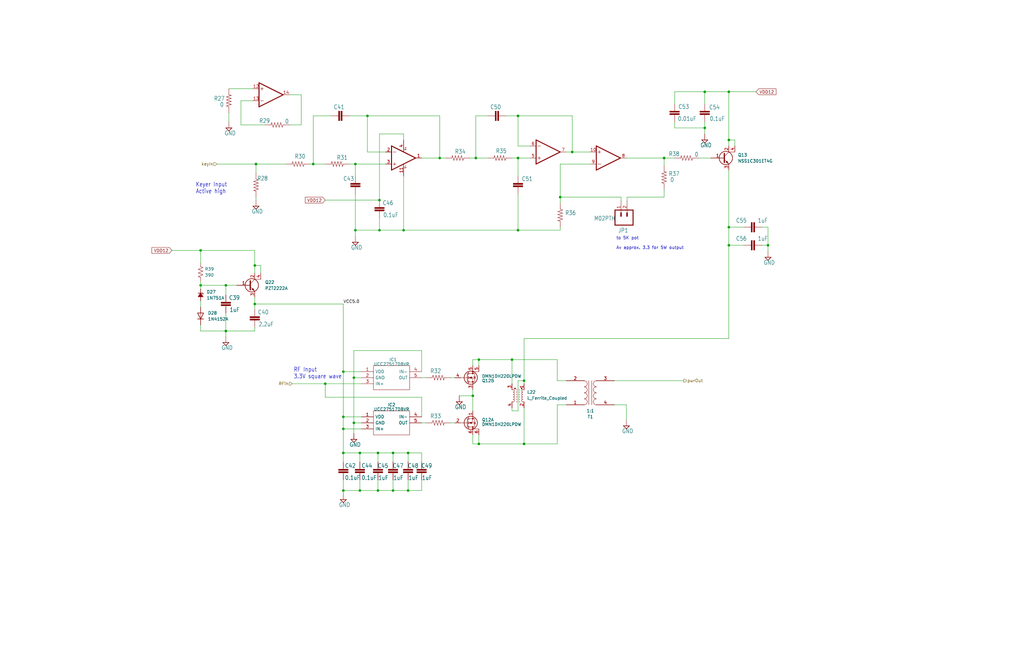
<source format=kicad_sch>
(kicad_sch (version 20230121) (generator eeschema)
  (paper "B")
  (lib_symbols
    (symbol "Device:D" (pin_numbers hide) (pin_names (offset 1.016) hide)
      (property "Reference" "D" (at 0 2.54 0))
      (property "Value" "D" (at 0 -2.54 0))
      (symbol "D_1_1"
        (pin passive line (at -3.81 0 0) (length 2.54) (name "K") (number "1"))
        (pin passive line (at 3.81 0 180) (length 2.54) (name "A") (number "2"))
      )
    )
    (symbol "Device:D_Zener_Small_Filled" (pin_numbers hide) (pin_names (offset 0.254) hide)
      (property "Reference" "D" (at 0 2.286 0))
      (property "Value" "D_Zener_Small_Filled" (at 0 -2.286 0))
      (symbol "D_Zener_Small_Filled_1_1"
        (pin passive line (at -2.54 0 0) (length 1.778) (name "K") (number "1"))
        (pin passive line (at 2.54 0 180) (length 1.778) (name "A") (number "2"))
      )
    )
    (symbol "Device:L_Ferrite_Coupled" (pin_names (offset 0.254) hide)
      (property "Reference" "L" (at 0 4.445 0))
      (property "Value" "L_Ferrite_Coupled" (at 0 -4.445 0))
      (symbol "L_Ferrite_Coupled_1_1"
        (pin passive line (at -5.08 2.54 0) (length 2.54) (name "1") (number "1"))
        (pin passive line (at 5.08 2.54 180) (length 2.54) (name "2") (number "2"))
        (pin passive line (at -5.08 -2.54 0) (length 2.54) (name "3") (number "3"))
        (pin passive line (at 5.08 -2.54 180) (length 2.54) (name "4") (number "4"))
      )
    )
    (symbol "Device:Q_Dual_NMOS_S1G1S2G2D2D2D1D1" (pin_names (offset 0) hide)
      (property "Reference" "Q12" (at 6.35 -1.27 0))
      (property "Value" "DMN10H220LPDW" (at 6.35 0.635 0))
      (symbol "Q_Dual_NMOS_S1G1S2G2D2D2D1D1_1_1"
        (pin passive line (at 2.54 -5.08 90) (length 2.54) (name "S") (number "1"))
        (pin input line (at -5.08 0 0) (length 2.54) (name "G") (number "2"))
        (pin passive line (at 2.54 5.08 270) (length 2.54) (name "D") (number "6"))
        (pin passive line (at 5.08 5.08 270) (length 2.54) (name "D") (number "6"))
      )
      (symbol "Q_Dual_NMOS_S1G1S2G2D2D2D1D1_2_1"
        (pin passive line (at 2.54 -5.08 90) (length 2.54) (name "S") (number "3"))
        (pin input line (at -5.08 0 0) (length 2.54) (name "G") (number "4"))
        (pin passive line (at 2.54 5.08 270) (length 2.54) (name "D") (number "5"))
        (pin passive line (at 5.08 5.08 270) (length 2.54) (name "D") (number "5"))
      )
    )
    (symbol "Device:Q_NPN_BCEC" (pin_names (offset 0) hide)
      (property "Reference" "Q" (at 5.08 1.27 0))
      (property "Value" "Q_NPN_BCEC" (at 5.08 -1.27 0))
      (symbol "Q_NPN_BCEC_1_1"
        (pin input line (at -5.08 0 0) (length 5.715) (name "B") (number "1"))
        (pin passive line (at 2.54 5.08 270) (length 2.54) (name "C") (number "2"))
        (pin passive line (at 2.54 -5.08 90) (length 2.54) (name "E") (number "3"))
        (pin passive line (at 5.08 5.08 270) (length 2.54) (name "C") (number "4"))
      )
    )
    (symbol "Device:R_US" (pin_numbers hide) (pin_names (offset 0))
      (property "Reference" "R" (at 2.54 0 90))
      (property "Value" "R_US" (at -2.54 0 90))
      (symbol "R_US_1_1"
        (pin passive line (at 0 3.81 270) (length 1.27) (name "~") (number "1"))
        (pin passive line (at 0 -3.81 90) (length 1.27) (name "~") (number "2"))
      )
    )
    (symbol "Device:Transformer_1P_1S" (pin_names (offset 1.016) hide)
      (property "Reference" "T" (at 0 6.35 0))
      (property "Value" "Transformer_1P_1S" (at 0 -7.62 0))
      (symbol "Transformer_1P_1S_1_1"
        (pin passive line (at -10.16 5.08 0) (length 7.62) (name "AA") (number "1"))
        (pin passive line (at -10.16 -5.08 0) (length 7.62) (name "AB") (number "2"))
        (pin passive line (at 10.16 -5.08 180) (length 7.62) (name "SA") (number "3"))
        (pin passive line (at 10.16 5.08 180) (length 7.62) (name "SB") (number "4"))
      )
    )
    (symbol "OPA1679IDR_1"
      (symbol "OPA1679IDR_1_1_0"
        (pin output line (at 7.62 0 180) (length 2.54) (name "OUT") (number "1"))
        (pin input line (at -7.62 -2.54 0) (length 2.54) (name "-IN") (number "2"))
        (pin input line (at -7.62 2.54 0) (length 2.54) (name "+IN") (number "3"))
      )
      (symbol "OPA1679IDR_1_2_0"
        (pin input line (at -7.62 2.54 0) (length 2.54) (name "+IN") (number "5"))
        (pin input line (at -7.62 -2.54 0) (length 2.54) (name "-IN") (number "6"))
        (pin output line (at 7.62 0 180) (length 2.54) (name "OUT") (number "7"))
      )
      (symbol "OPA1679IDR_1_3_0"
        (pin input line (at -7.62 2.54 0) (length 2.54) (name "+IN") (number "10"))
        (pin output line (at 7.62 0 180) (length 2.54) (name "OUT") (number "8"))
        (pin input line (at -7.62 -2.54 0) (length 2.54) (name "-IN") (number "9"))
      )
      (symbol "OPA1679IDR_1_4_0"
        (pin input line (at -7.62 2.54 0) (length 2.54) (name "+IN") (number "12"))
        (pin input line (at -7.62 -2.54 0) (length 2.54) (name "-IN") (number "13"))
        (pin output line (at 7.62 0 180) (length 2.54) (name "OUT") (number "14"))
      )
      (symbol "OPA1679IDR_1_5_0"
        (text "V+" (at 1.27 3.175 900) (effects (font (size 0.8128 0.6908)) (justify left bottom)))
        (text "V-" (at 1.27 -4.445 900) (effects (font (size 0.8128 0.6908)) (justify left bottom)))
        (pin bidirectional line (at 0 -7.62 90) (length 5.08) (name "V-") (number "11"))
        (pin input line (at 0 7.62 270) (length 5.08) (name "V+") (number "4"))
      )
    )
    (symbol "OPA1679IDR_2"
      (symbol "OPA1679IDR_2_1_0"
        (pin output line (at 7.62 0 180) (length 2.54) (name "OUT") (number "1"))
        (pin input line (at -7.62 -2.54 0) (length 2.54) (name "-IN") (number "2"))
        (pin input line (at -7.62 2.54 0) (length 2.54) (name "+IN") (number "3"))
      )
      (symbol "OPA1679IDR_2_2_0"
        (pin input line (at -7.62 2.54 0) (length 2.54) (name "+IN") (number "5"))
        (pin input line (at -7.62 -2.54 0) (length 2.54) (name "-IN") (number "6"))
        (pin output line (at 7.62 0 180) (length 2.54) (name "OUT") (number "7"))
      )
      (symbol "OPA1679IDR_2_3_0"
        (pin input line (at -7.62 2.54 0) (length 2.54) (name "+IN") (number "10"))
        (pin output line (at 7.62 0 180) (length 2.54) (name "OUT") (number "8"))
        (pin input line (at -7.62 -2.54 0) (length 2.54) (name "-IN") (number "9"))
      )
      (symbol "OPA1679IDR_2_4_0"
        (pin input line (at -7.62 2.54 0) (length 2.54) (name "+IN") (number "12"))
        (pin input line (at -7.62 -2.54 0) (length 2.54) (name "-IN") (number "13"))
        (pin output line (at 7.62 0 180) (length 2.54) (name "OUT") (number "14"))
      )
      (symbol "OPA1679IDR_2_5_0"
        (text "V+" (at 1.27 3.175 900) (effects (font (size 0.8128 0.6908)) (justify left bottom)))
        (text "V-" (at 1.27 -4.445 900) (effects (font (size 0.8128 0.6908)) (justify left bottom)))
        (pin bidirectional line (at 0 -7.62 90) (length 5.08) (name "V-") (number "11"))
        (pin input line (at 0 7.62 270) (length 5.08) (name "V+") (number "4"))
      )
    )
    (symbol "OPA1679IDR_3"
      (symbol "OPA1679IDR_3_1_0"
        (pin output line (at 7.62 0 180) (length 2.54) (name "OUT") (number "1"))
        (pin input line (at -7.62 -2.54 0) (length 2.54) (name "-IN") (number "2"))
        (pin input line (at -7.62 2.54 0) (length 2.54) (name "+IN") (number "3"))
      )
      (symbol "OPA1679IDR_3_2_0"
        (pin input line (at -7.62 2.54 0) (length 2.54) (name "+IN") (number "5"))
        (pin input line (at -7.62 -2.54 0) (length 2.54) (name "-IN") (number "6"))
        (pin output line (at 7.62 0 180) (length 2.54) (name "OUT") (number "7"))
      )
      (symbol "OPA1679IDR_3_3_0"
        (pin input line (at -7.62 2.54 0) (length 2.54) (name "+IN") (number "10"))
        (pin output line (at 7.62 0 180) (length 2.54) (name "OUT") (number "8"))
        (pin input line (at -7.62 -2.54 0) (length 2.54) (name "-IN") (number "9"))
      )
      (symbol "OPA1679IDR_3_4_0"
        (pin input line (at -7.62 2.54 0) (length 2.54) (name "+IN") (number "12"))
        (pin input line (at -7.62 -2.54 0) (length 2.54) (name "-IN") (number "13"))
        (pin output line (at 7.62 0 180) (length 2.54) (name "OUT") (number "14"))
      )
      (symbol "OPA1679IDR_3_5_0"
        (text "V+" (at 1.27 3.175 900) (effects (font (size 0.8128 0.6908)) (justify left bottom)))
        (text "V-" (at 1.27 -4.445 900) (effects (font (size 0.8128 0.6908)) (justify left bottom)))
        (pin bidirectional line (at 0 -7.62 90) (length 5.08) (name "V-") (number "11"))
        (pin input line (at 0 7.62 270) (length 5.08) (name "V+") (number "4"))
      )
    )
    (symbol "OPA1679IDR_4"
      (symbol "OPA1679IDR_4_1_0"
        (pin output line (at 7.62 0 180) (length 2.54) (name "OUT") (number "1"))
        (pin input line (at -7.62 -2.54 0) (length 2.54) (name "-IN") (number "2"))
        (pin input line (at -7.62 2.54 0) (length 2.54) (name "+IN") (number "3"))
      )
      (symbol "OPA1679IDR_4_2_0"
        (pin input line (at -7.62 2.54 0) (length 2.54) (name "+IN") (number "5"))
        (pin input line (at -7.62 -2.54 0) (length 2.54) (name "-IN") (number "6"))
        (pin output line (at 7.62 0 180) (length 2.54) (name "OUT") (number "7"))
      )
      (symbol "OPA1679IDR_4_3_0"
        (pin input line (at -7.62 2.54 0) (length 2.54) (name "+IN") (number "10"))
        (pin output line (at 7.62 0 180) (length 2.54) (name "OUT") (number "8"))
        (pin input line (at -7.62 -2.54 0) (length 2.54) (name "-IN") (number "9"))
      )
      (symbol "OPA1679IDR_4_4_0"
        (pin input line (at -7.62 2.54 0) (length 2.54) (name "+IN") (number "12"))
        (pin input line (at -7.62 -2.54 0) (length 2.54) (name "-IN") (number "13"))
        (pin output line (at 7.62 0 180) (length 2.54) (name "OUT") (number "14"))
      )
      (symbol "OPA1679IDR_4_5_0"
        (text "V+" (at 1.27 3.175 900) (effects (font (size 0.8128 0.6908)) (justify left bottom)))
        (text "V-" (at 1.27 -4.445 900) (effects (font (size 0.8128 0.6908)) (justify left bottom)))
        (pin bidirectional line (at 0 -7.62 90) (length 5.08) (name "V-") (number "11"))
        (pin input line (at 0 7.62 270) (length 5.08) (name "V+") (number "4"))
      )
    )
    (symbol "Q_Dual_NMOS_S1G1S2G2D2D2D1D1_1" (pin_names (offset 0) hide)
      (property "Reference" "Q12" (at 6.35 -1.27 0))
      (property "Value" "DMN10H220LPDW" (at 6.35 0.635 0))
      (symbol "Q_Dual_NMOS_S1G1S2G2D2D2D1D1_1_1_1"
        (pin passive line (at 2.54 -5.08 90) (length 2.54) (name "S") (number "1"))
        (pin input line (at -5.08 0 0) (length 2.54) (name "G") (number "2"))
        (pin passive line (at 2.54 5.08 270) (length 2.54) (name "D") (number "6"))
        (pin passive line (at 5.08 5.08 270) (length 2.54) (name "D") (number "6"))
      )
      (symbol "Q_Dual_NMOS_S1G1S2G2D2D2D1D1_1_2_1"
        (pin passive line (at 2.54 -5.08 90) (length 2.54) (name "S") (number "3"))
        (pin input line (at -5.08 0 0) (length 2.54) (name "G") (number "4"))
        (pin passive line (at 2.54 5.08 270) (length 2.54) (name "D") (number "5"))
        (pin passive line (at 5.08 5.08 270) (length 2.54) (name "D") (number "5"))
      )
    )
    (symbol "SamacSys_Parts:UCC27517DBVR" (pin_names (offset 0.762))
      (property "Reference" "IC" (at 21.59 7.62 0))
      (property "Value" "UCC27517DBVR" (at 21.59 5.08 0))
      (symbol "UCC27517DBVR_0_0"
        (pin passive line (at 0 0 0) (length 5.08) (name "VDD") (number "1"))
        (pin passive line (at 0 -2.54 0) (length 5.08) (name "GND") (number "2"))
        (pin passive line (at 0 -5.08 0) (length 5.08) (name "IN+") (number "3"))
        (pin passive line (at 25.4 0 180) (length 5.08) (name "IN-") (number "4"))
        (pin passive line (at 25.4 -2.54 180) (length 5.08) (name "OUT") (number "5"))
      )
    )
    (symbol "powerAmp_RevB-eagle-import:CAP0603-CAP"
      (property "Reference" "C" (at 1.524 2.921 0))
      (property "Value" "CAP0603-CAP" (at 1.524 -2.159 0))
      (symbol "CAP0603-CAP_1_0"
        (pin passive line (at 0 5.08 270) (length 2.54) (name "1") (number "1"))
        (pin passive line (at 0 -2.54 90) (length 2.54) (name "2") (number "2"))
      )
    )
    (symbol "powerAmp_RevB-eagle-import:GND" (power)
      (property "Value" "GND" (at -1.905 -3.175 0))
      (symbol "GND_1_0"
        (pin power_in line (at 0 2.54 270) (length 2.54) (name "GND") (number "1"))
      )
    )
    (symbol "powerAmp_RevB-eagle-import:M02PTH"
      (property "Reference" "JP" (at -2.54 5.842 0))
      (property "Value" "M02PTH" (at -2.54 -5.08 0))
      (symbol "M02PTH_1_0"
        (pin passive line (at 7.62 0 180) (length 5.08) (name "1") (number "1"))
        (pin passive line (at 7.62 2.54 180) (length 5.08) (name "2") (number "2"))
      )
    )
    (symbol "powerAmp_RevB-eagle-import:OPA1679IDR"
      (symbol "OPA1679IDR_1_0"
        (pin output line (at 7.62 0 180) (length 2.54) (name "OUT") (number "1"))
        (pin input line (at -7.62 -2.54 0) (length 2.54) (name "-IN") (number "2"))
        (pin input line (at -7.62 2.54 0) (length 2.54) (name "+IN") (number "3"))
      )
      (symbol "OPA1679IDR_2_0"
        (pin input line (at -7.62 2.54 0) (length 2.54) (name "+IN") (number "5"))
        (pin input line (at -7.62 -2.54 0) (length 2.54) (name "-IN") (number "6"))
        (pin output line (at 7.62 0 180) (length 2.54) (name "OUT") (number "7"))
      )
      (symbol "OPA1679IDR_3_0"
        (pin input line (at -7.62 2.54 0) (length 2.54) (name "+IN") (number "10"))
        (pin output line (at 7.62 0 180) (length 2.54) (name "OUT") (number "8"))
        (pin input line (at -7.62 -2.54 0) (length 2.54) (name "-IN") (number "9"))
      )
      (symbol "OPA1679IDR_4_0"
        (pin input line (at -7.62 2.54 0) (length 2.54) (name "+IN") (number "12"))
        (pin input line (at -7.62 -2.54 0) (length 2.54) (name "-IN") (number "13"))
        (pin output line (at 7.62 0 180) (length 2.54) (name "OUT") (number "14"))
      )
      (symbol "OPA1679IDR_5_0"
        (text "V+" (at 1.27 3.175 900) (effects (font (size 0.8128 0.6908)) (justify left bottom)))
        (text "V-" (at 1.27 -4.445 900) (effects (font (size 0.8128 0.6908)) (justify left bottom)))
        (pin bidirectional line (at 0 -7.62 90) (length 5.08) (name "V-") (number "11"))
        (pin input line (at 0 7.62 270) (length 5.08) (name "V+") (number "4"))
      )
    )
    (symbol "powerAmp_RevB-eagle-import:RESISTOR0603-RES"
      (property "Reference" "R" (at -3.81 1.4986 0))
      (property "Value" "RESISTOR0603-RES" (at -3.81 -3.302 0))
      (symbol "RESISTOR0603-RES_1_0"
        (pin passive line (at -5.08 0 0) (length 2.54) (name "1") (number "1"))
        (pin passive line (at 5.08 0 180) (length 2.54) (name "2") (number "2"))
      )
    )
  )
  (junction (at 280.035 66.675))
  (junction (at 297.18 38.735))
  (junction (at 170.18 97.155))
  (junction (at 297.18 53.975))
  (junction (at 149.86 69.215))
  (junction (at 149.225 159.385))
  (junction (at 160.02 84.455))
  (junction (at 144.78 156.845))
  (junction (at 172.085 191.135))
  (junction (at 220.98 160.655))
  (junction (at 160.02 97.155))
  (junction (at 201.93 187.325))
  (junction (at 215.9 151.765))
  (junction (at 236.22 83.185))
  (junction (at 323.85 103.505))
  (junction (at 172.085 207.01))
  (junction (at 241.3 64.135))
  (junction (at 200.66 66.675))
  (junction (at 144.78 180.975))
  (junction (at 220.98 187.325))
  (junction (at 107.95 69.215))
  (junction (at 149.86 97.155))
  (junction (at 154.94 48.895))
  (junction (at 218.44 66.675))
  (junction (at 95.25 120.396))
  (junction (at 107.442 128.27))
  (junction (at 159.385 207.01))
  (junction (at 159.385 191.135))
  (junction (at 84.582 120.396))
  (junction (at 201.93 151.765))
  (junction (at 151.765 191.135))
  (junction (at 307.34 95.885))
  (junction (at 199.39 167.005))
  (junction (at 144.78 207.01))
  (junction (at 218.44 48.895))
  (junction (at 185.42 66.675))
  (junction (at 165.735 191.135))
  (junction (at 149.225 178.435))
  (junction (at 84.582 105.664))
  (junction (at 307.34 103.505))
  (junction (at 165.735 207.01))
  (junction (at 95.25 139.7))
  (junction (at 307.34 59.055))
  (junction (at 144.78 191.135))
  (junction (at 137.16 161.925))
  (junction (at 107.442 112.014))
  (junction (at 218.44 97.155))
  (junction (at 144.78 175.895))
  (junction (at 151.765 207.01))
  (junction (at 307.34 38.735))
  (junction (at 132.08 69.215))
  (wire (pts (xy 84.582 139.7) (xy 95.25 139.7)))
  (wire (pts (xy 189.865 178.435) (xy 191.77 178.435)))
  (wire (pts (xy 280.035 66.675) (xy 280.035 69.85)))
  (wire (pts (xy 159.385 207.01) (xy 165.735 207.01)))
  (wire (pts (xy 162.56 64.135) (xy 154.94 64.135)))
  (wire (pts (xy 160.02 84.455) (xy 137.16 84.455)))
  (wire (pts (xy 170.18 74.295) (xy 170.18 97.155)))
  (wire (pts (xy 151.765 191.135) (xy 144.78 191.135)))
  (wire (pts (xy 234.95 170.815) (xy 238.76 170.815)))
  (wire (pts (xy 205.74 48.895) (xy 200.66 48.895)))
  (wire (pts (xy 234.95 151.765) (xy 234.95 160.655)))
  (wire (pts (xy 107.442 128.27) (xy 107.442 130.556)))
  (wire (pts (xy 307.34 59.055) (xy 307.34 61.595)))
  (wire (pts (xy 236.22 69.215) (xy 248.92 69.215)))
  (wire (pts (xy 152.4 161.925) (xy 137.16 161.925)))
  (wire (pts (xy 159.385 191.135) (xy 151.765 191.135)))
  (wire (pts (xy 185.42 48.895) (xy 154.94 48.895)))
  (wire (pts (xy 139.7 48.895) (xy 132.08 48.895)))
  (wire (pts (xy 95.25 120.396) (xy 99.822 120.396)))
  (wire (pts (xy 307.34 38.735) (xy 318.77 38.735)))
  (wire (pts (xy 172.085 207.01) (xy 177.8 207.01)))
  (wire (pts (xy 149.86 69.215) (xy 162.56 69.215)))
  (wire (pts (xy 236.22 83.185) (xy 236.22 85.725)))
  (wire (pts (xy 121.92 52.705) (xy 127 52.705)))
  (wire (pts (xy 160.02 97.155) (xy 149.86 97.155)))
  (wire (pts (xy 218.44 173.355) (xy 218.44 160.655)))
  (wire (pts (xy 234.95 160.655) (xy 238.76 160.655)))
  (wire (pts (xy 95.25 141.986) (xy 95.25 139.7)))
  (wire (pts (xy 241.3 48.895) (xy 218.44 48.895)))
  (wire (pts (xy 177.8 147.955) (xy 149.225 147.955)))
  (wire (pts (xy 144.78 208.28) (xy 144.78 207.01)))
  (wire (pts (xy 151.765 191.135) (xy 151.765 194.945)))
  (wire (pts (xy 199.39 151.765) (xy 201.93 151.765)))
  (wire (pts (xy 127 40.005) (xy 121.92 40.005)))
  (wire (pts (xy 177.8 66.675) (xy 185.42 66.675)))
  (wire (pts (xy 132.08 48.895) (xy 132.08 69.215)))
  (wire (pts (xy 284.48 51.435) (xy 284.48 53.975)))
  (wire (pts (xy 220.98 161.925) (xy 220.98 160.655)))
  (wire (pts (xy 201.93 154.305) (xy 201.93 151.765)))
  (wire (pts (xy 321.31 95.885) (xy 323.85 95.885)))
  (wire (pts (xy 107.442 128.27) (xy 144.78 128.27)))
  (wire (pts (xy 264.16 177.165) (xy 264.16 170.815)))
  (wire (pts (xy 309.88 59.055) (xy 307.34 59.055)))
  (wire (pts (xy 149.86 74.295) (xy 149.86 69.215)))
  (wire (pts (xy 144.78 180.975) (xy 152.4 180.975)))
  (wire (pts (xy 144.78 207.01) (xy 151.765 207.01)))
  (wire (pts (xy 91.44 69.215) (xy 107.95 69.215)))
  (wire (pts (xy 132.08 69.215) (xy 137.16 69.215)))
  (wire (pts (xy 198.12 66.675) (xy 200.66 66.675)))
  (wire (pts (xy 284.48 53.975) (xy 297.18 53.975)))
  (wire (pts (xy 84.582 118.618) (xy 84.582 120.396)))
  (wire (pts (xy 96.52 37.465) (xy 106.68 37.465)))
  (wire (pts (xy 107.442 115.316) (xy 107.442 112.014)))
  (wire (pts (xy 215.9 66.675) (xy 218.44 66.675)))
  (wire (pts (xy 297.18 56.515) (xy 297.18 53.975)))
  (wire (pts (xy 218.44 66.675) (xy 223.52 66.675)))
  (wire (pts (xy 297.18 38.735) (xy 307.34 38.735)))
  (wire (pts (xy 241.3 64.135) (xy 248.92 64.135)))
  (wire (pts (xy 159.385 202.565) (xy 159.385 207.01)))
  (wire (pts (xy 84.582 127) (xy 84.582 129.54)))
  (wire (pts (xy 144.78 207.01) (xy 144.78 202.565)))
  (wire (pts (xy 307.34 103.505) (xy 313.69 103.505)))
  (wire (pts (xy 165.735 191.135) (xy 165.735 194.945)))
  (wire (pts (xy 144.78 175.895) (xy 144.78 180.975)))
  (wire (pts (xy 72.517 105.664) (xy 84.582 105.664)))
  (wire (pts (xy 297.18 53.975) (xy 297.18 51.435)))
  (wire (pts (xy 294.64 66.675) (xy 299.72 66.675)))
  (wire (pts (xy 177.8 191.135) (xy 172.085 191.135)))
  (wire (pts (xy 177.8 167.64) (xy 177.8 175.895)))
  (wire (pts (xy 109.982 115.316) (xy 109.982 112.014)))
  (wire (pts (xy 218.44 97.155) (xy 236.22 97.155)))
  (wire (pts (xy 95.25 124.46) (xy 95.25 120.396)))
  (wire (pts (xy 165.735 202.565) (xy 165.735 207.01)))
  (wire (pts (xy 280.035 83.185) (xy 264.414 83.185)))
  (wire (pts (xy 170.18 97.155) (xy 160.02 97.155)))
  (wire (pts (xy 220.98 187.325) (xy 234.95 187.325)))
  (wire (pts (xy 84.582 120.396) (xy 84.582 121.92)))
  (wire (pts (xy 307.34 95.885) (xy 313.69 95.885)))
  (wire (pts (xy 280.035 80.01) (xy 280.035 83.185)))
  (wire (pts (xy 137.16 167.64) (xy 177.8 167.64)))
  (wire (pts (xy 284.48 38.735) (xy 297.18 38.735)))
  (wire (pts (xy 172.085 202.565) (xy 172.085 207.01)))
  (wire (pts (xy 107.442 112.014) (xy 107.442 105.664)))
  (wire (pts (xy 321.31 103.505) (xy 323.85 103.505)))
  (wire (pts (xy 218.44 81.915) (xy 218.44 97.155)))
  (wire (pts (xy 165.735 191.135) (xy 159.385 191.135)))
  (wire (pts (xy 185.42 66.675) (xy 185.42 48.895)))
  (wire (pts (xy 199.39 187.325) (xy 201.93 187.325)))
  (wire (pts (xy 264.414 84.836) (xy 264.414 83.185)))
  (wire (pts (xy 284.48 43.815) (xy 284.48 38.735)))
  (wire (pts (xy 107.95 69.215) (xy 107.95 73.025)))
  (wire (pts (xy 160.02 92.075) (xy 160.02 97.155)))
  (wire (pts (xy 189.865 159.385) (xy 191.77 159.385)))
  (wire (pts (xy 95.25 139.7) (xy 107.442 139.7)))
  (wire (pts (xy 220.98 142.875) (xy 220.98 160.655)))
  (wire (pts (xy 200.66 66.675) (xy 205.74 66.675)))
  (wire (pts (xy 107.95 69.215) (xy 120.65 69.215)))
  (wire (pts (xy 234.95 187.325) (xy 234.95 170.815)))
  (wire (pts (xy 172.085 191.135) (xy 165.735 191.135)))
  (wire (pts (xy 199.39 154.305) (xy 199.39 151.765)))
  (wire (pts (xy 149.225 178.435) (xy 149.225 182.88)))
  (wire (pts (xy 107.95 83.185) (xy 107.95 84.455)))
  (wire (pts (xy 236.22 83.185) (xy 261.874 83.185)))
  (wire (pts (xy 172.085 191.135) (xy 172.085 194.945)))
  (wire (pts (xy 218.44 74.295) (xy 218.44 66.675)))
  (wire (pts (xy 261.874 84.836) (xy 261.874 83.185)))
  (wire (pts (xy 107.442 105.664) (xy 84.582 105.664)))
  (wire (pts (xy 323.85 95.885) (xy 323.85 103.505)))
  (wire (pts (xy 307.34 71.755) (xy 307.34 95.885)))
  (wire (pts (xy 144.78 128.27) (xy 144.78 156.845)))
  (wire (pts (xy 220.98 142.875) (xy 307.34 142.875)))
  (wire (pts (xy 106.68 42.545) (xy 101.6 42.545)))
  (wire (pts (xy 159.385 191.135) (xy 159.385 194.945)))
  (wire (pts (xy 151.765 202.565) (xy 151.765 207.01)))
  (wire (pts (xy 147.32 69.215) (xy 149.86 69.215)))
  (wire (pts (xy 101.6 52.705) (xy 111.76 52.705)))
  (wire (pts (xy 280.035 66.675) (xy 284.48 66.675)))
  (wire (pts (xy 165.735 207.01) (xy 172.085 207.01)))
  (wire (pts (xy 218.44 61.595) (xy 218.44 48.895)))
  (wire (pts (xy 107.442 139.7) (xy 107.442 138.176)))
  (wire (pts (xy 152.4 159.385) (xy 149.225 159.385)))
  (wire (pts (xy 201.93 151.765) (xy 215.9 151.765)))
  (wire (pts (xy 236.22 69.215) (xy 236.22 83.185)))
  (wire (pts (xy 84.582 105.664) (xy 84.582 110.998)))
  (wire (pts (xy 259.08 160.655) (xy 288.29 160.655)))
  (wire (pts (xy 154.94 48.895) (xy 147.32 48.895)))
  (wire (pts (xy 149.225 159.385) (xy 149.225 178.435)))
  (wire (pts (xy 215.9 151.765) (xy 234.95 151.765)))
  (wire (pts (xy 199.39 164.465) (xy 199.39 167.005)))
  (wire (pts (xy 264.16 66.675) (xy 280.035 66.675)))
  (wire (pts (xy 149.86 81.915) (xy 149.86 97.155)))
  (wire (pts (xy 297.18 43.815) (xy 297.18 38.735)))
  (wire (pts (xy 149.225 147.955) (xy 149.225 159.385)))
  (wire (pts (xy 96.52 47.625) (xy 96.52 51.435)))
  (wire (pts (xy 84.582 120.396) (xy 95.25 120.396)))
  (wire (pts (xy 177.8 156.845) (xy 177.8 147.955)))
  (wire (pts (xy 137.16 161.925) (xy 137.16 167.64)))
  (wire (pts (xy 154.94 64.135) (xy 154.94 48.895)))
  (wire (pts (xy 109.982 112.014) (xy 107.442 112.014)))
  (wire (pts (xy 238.76 64.135) (xy 241.3 64.135)))
  (wire (pts (xy 160.02 84.455) (xy 160.02 56.515)))
  (wire (pts (xy 309.88 61.595) (xy 309.88 59.055)))
  (wire (pts (xy 201.93 187.325) (xy 220.98 187.325)))
  (wire (pts (xy 307.34 38.735) (xy 307.34 59.055)))
  (wire (pts (xy 220.98 172.085) (xy 220.98 187.325)))
  (wire (pts (xy 84.582 137.16) (xy 84.582 139.7)))
  (wire (pts (xy 149.225 178.435) (xy 152.4 178.435)))
  (wire (pts (xy 215.9 151.765) (xy 215.9 161.925)))
  (wire (pts (xy 127 52.705) (xy 127 40.005)))
  (wire (pts (xy 201.93 183.515) (xy 201.93 187.325)))
  (wire (pts (xy 218.44 48.895) (xy 213.36 48.895)))
  (wire (pts (xy 236.22 95.885) (xy 236.22 97.155)))
  (wire (pts (xy 218.44 160.655) (xy 220.98 160.655)))
  (wire (pts (xy 218.44 97.155) (xy 170.18 97.155)))
  (wire (pts (xy 160.02 56.515) (xy 170.18 56.515)))
  (wire (pts (xy 144.78 180.975) (xy 144.78 191.135)))
  (wire (pts (xy 307.34 142.875) (xy 307.34 103.505)))
  (wire (pts (xy 193.675 167.005) (xy 199.39 167.005)))
  (wire (pts (xy 264.16 170.815) (xy 259.08 170.815)))
  (wire (pts (xy 107.442 125.476) (xy 107.442 128.27)))
  (wire (pts (xy 177.8 178.435) (xy 179.705 178.435)))
  (wire (pts (xy 144.78 191.135) (xy 144.78 194.945)))
  (wire (pts (xy 223.52 61.595) (xy 218.44 61.595)))
  (wire (pts (xy 177.8 194.945) (xy 177.8 191.135)))
  (wire (pts (xy 144.78 156.845) (xy 152.4 156.845)))
  (wire (pts (xy 215.9 172.085) (xy 215.9 173.355)))
  (wire (pts (xy 144.78 175.895) (xy 152.4 175.895)))
  (wire (pts (xy 177.8 159.385) (xy 179.705 159.385)))
  (wire (pts (xy 323.85 106.045) (xy 323.85 103.505)))
  (wire (pts (xy 199.39 167.005) (xy 199.39 173.355)))
  (wire (pts (xy 185.42 66.675) (xy 187.96 66.675)))
  (wire (pts (xy 170.18 56.515) (xy 170.18 59.055)))
  (wire (pts (xy 101.6 42.545) (xy 101.6 52.705)))
  (wire (pts (xy 177.8 202.565) (xy 177.8 207.01)))
  (wire (pts (xy 241.3 64.135) (xy 241.3 48.895)))
  (wire (pts (xy 149.86 97.155) (xy 149.86 99.695)))
  (wire (pts (xy 151.765 207.01) (xy 159.385 207.01)))
  (wire (pts (xy 200.66 48.895) (xy 200.66 66.675)))
  (wire (pts (xy 215.9 173.355) (xy 218.44 173.355)))
  (wire (pts (xy 95.25 132.08) (xy 95.25 139.7)))
  (wire (pts (xy 144.78 175.895) (xy 144.78 156.845)))
  (wire (pts (xy 307.34 103.505) (xy 307.34 95.885)))
  (wire (pts (xy 130.81 69.215) (xy 132.08 69.215)))
  (wire (pts (xy 199.39 183.515) (xy 199.39 187.325)))
  (wire (pts (xy 123.19 161.925) (xy 137.16 161.925)))
  (text "RF Input\n3.3V square wave" (at 123.825 160.02 0) (effects (font (size 1.778 1.5113)) (justify left bottom)))
  (text "to 5K pot\n\nAv approx. 3.3 for 5W output" (at 259.842 105.41 0) (effects (font (size 1.27 1.27)) (justify left bottom)))
  (text "Keyer Input\nActive high" (at 82.55 81.915 0) (effects (font (size 1.778 1.5113)) (justify left bottom)))
  (label "VCC5.0" (at 144.78 128.27 0))
  (global_label "VDD12" (shape input) (at 318.77 38.735 0) (property "Intersheetrefs" "${INTERSHEET_REFS}" (at 327.2613 38.735 0) (effects (justify left))))
  (global_label "VDD12" (shape input) (at 137.16 84.455 180) (property "Intersheetrefs" "${INTERSHEET_REFS}" (at 128.6687 84.455 0) (effects (justify right))))
  (global_label "VDD12" (shape input) (at 72.517 105.664 180) (property "Intersheetrefs" "${INTERSHEET_REFS}" (at 64.0257 105.664 0) (effects (justify right))))
  (hierarchical_label "keyIn" (shape input) (at 91.44 69.215 180))
  (hierarchical_label "RFin" (shape input) (at 123.19 161.925 180))
  (hierarchical_label "pwrOut" (shape output) (at 288.29 160.655 0))
  (symbol (lib_id "powerAmp_RevB-eagle-import:CAP0603-CAP") (at 151.765 197.485 180) (unit 1)
    (property "Reference" "C44" (at 152.4 197.485 0) (effects (font (size 1.778 1.5113)) (justify right top)))
    (property "Value" "0.1uF" (at 152.4 202.565 0) (effects (font (size 1.778 1.5113)) (justify right top)))
    (property "Footprint" "Capacitor_SMD:C_0603_1608Metric_Pad1.08x0.95mm_HandSolder" (effects hide))
    (instances (project "fieldRadio_1.2" (path "" (reference "C44") (unit 1))) (project "powerAmp" (path "" (reference "C3") (unit 1))))
  )
  (symbol (lib_id "powerAmp_RevB-eagle-import:CAP0603-CAP") (at 284.48 46.355 180) (unit 1)
    (property "Reference" "C53" (at 286.004 45.974 0) (effects (font (size 1.778 1.5113)) (justify right top)))
    (property "Value" "0.01uF" (at 285.75 51.054 0) (effects (font (size 1.778 1.5113)) (justify right top)))
    (property "Footprint" "Capacitor_SMD:C_0603_1608Metric_Pad1.08x0.95mm_HandSolder" (effects hide))
    (instances (project "fieldRadio_1.2" (path "" (reference "C53") (unit 1))) (project "" (path "" (reference "C7") (unit 1))) (project "powerAmp" (path "" (reference "C7") (unit 1))))
  )
  (symbol (lib_id "Device:Q_NPN_BCEC") (at 304.8 66.675 0) (unit 1)
    (property "Reference" "Q13" (at 311.15 65.405 0) (effects (justify left)))
    (property "Value" "NSS1C301ET4G" (at 311.15 67.945 0) (effects (justify left)))
    (property "Footprint" "Package_TO_SOT_SMD:TO-252-3_TabPin4" (effects hide))
    (instances (project "fieldRadio_1.2" (path "" (reference "Q13") (unit 1))) (project "powerAmp" (path "" (reference "Q1") (unit 1))))
  )
  (symbol (lib_name "OPA1679IDR_2") (lib_id "powerAmp_RevB-eagle-import:OPA1679IDR") (at 231.14 64.135 0) (mirror x) (unit 2)
    (property "Reference" "U$1" (effects hide))
    (property "Value" "OPA1679IDR" (effects hide))
    (property "Footprint" "Package_SO:SOIC-14_3.9x8.7mm_P1.27mm" (effects hide))
    (instances (project "fieldRadio_1.2" (path "" (reference "U$1") (unit 2))) (project "" (path "" (reference "U$2") (unit 2))) (project "powerAmp" (path "" (reference "U$2") (unit 2))))
  )
  (symbol (lib_id "SamacSys_Parts:UCC27517DBVR") (at 152.4 156.845 0) (unit 1)
    (property "Reference" "IC1" (at 165.735 151.765 0))
    (property "Value" "UCC27517DBVR" (at 165.1 153.67 0))
    (property "Footprint" "SamacSys_Parts:SOT95P280X145-5N" (effects hide))
    (property "Datasheet" "http://www.ti.com/lit/gpn/ucc27517" (effects hide))
    (property "Description" "4A/4A Single Channel High-speed Low-side Gate Driver" (effects hide))
    (property "Height" "1.45" (effects hide))
    (property "Mouser Part Number" "595-UCC27517DBVR" (effects hide))
    (property "Mouser Price/Stock" "https://www.mouser.co.uk/ProductDetail/Texas-Instruments/UCC27517DBVR?qs=Brs2XCuyt3cZR2K0W764eA%3D%3D" (effects hide))
    (property "Manufacturer_Name" "Texas Instruments" (effects hide))
    (property "Manufacturer_Part_Number" "UCC27517DBVR" (effects hide))
  )
  (symbol (lib_id "powerAmp_RevB-eagle-import:RESISTOR0603-RES") (at 193.04 66.675 180) (unit 1)
    (property "Reference" "R34" (at 191.77 64.9224 0) (effects (font (size 1.778 1.5113)) (justify right top)))
    (property "Value" "36K" (at 190.754 70.485 0) (effects (font (size 1.778 1.5113)) (justify right top)))
    (property "Footprint" "Resistor_SMD:R_0603_1608Metric_Pad0.98x0.95mm_HandSolder" (effects hide))
    (property "Value" "603-RC0603FR-0736KL" (effects hide))
    (instances (project "fieldRadio_1.2" (path "" (reference "R34") (unit 1))) (project "" (path "" (reference "R9") (unit 1))) (project "powerAmp" (path "" (reference "R9") (unit 1))))
  )
  (symbol (lib_id "powerAmp_RevB-eagle-import:RESISTOR0603-RES") (at 96.52 42.545 90) (unit 1)
    (property "Reference" "R27" (at 90.17 42.545 90) (effects (font (size 1.778 1.5113)) (justify right top)))
    (property "Value" "0" (at 92.71 45.085 90) (effects (font (size 1.778 1.5113)) (justify right top)))
    (property "Footprint" "Resistor_SMD:R_0603_1608Metric_Pad0.98x0.95mm_HandSolder" (effects hide))
    (instances (project "fieldRadio_1.2" (path "" (reference "R27") (unit 1))) (project "" (path "" (reference "R21") (unit 1))) (project "powerAmp" (path "" (reference "R21") (unit 1))))
  )
  (symbol (lib_id "powerAmp_RevB-eagle-import:CAP0603-CAP") (at 144.78 197.485 180) (unit 1)
    (property "Reference" "C42" (at 145.415 197.485 0) (effects (font (size 1.778 1.5113)) (justify right top)))
    (property "Value" "0.1uF" (at 145.415 202.565 0) (effects (font (size 1.778 1.5113)) (justify right top)))
    (property "Footprint" "Capacitor_SMD:C_0603_1608Metric_Pad1.08x0.95mm_HandSolder" (effects hide))
    (instances (project "fieldRadio_1.2" (path "" (reference "C42") (unit 1))) (project "powerAmp" (path "" (reference "C2") (unit 1))))
  )
  (symbol (lib_id "powerAmp_RevB-eagle-import:RESISTOR0603-RES") (at 184.785 178.435 0) (unit 1)
    (property "Reference" "R33" (at 186.055 174.625 0) (effects (font (size 1.778 1.5113)) (justify right top)))
    (property "Value" "0" (at 186.055 180.975 0) (effects (font (size 1.778 1.5113)) (justify right top)))
    (property "Footprint" "Resistor_SMD:R_0805_2012Metric_Pad1.20x1.40mm_HandSolder" (effects hide))
    (property "Value" "603-RC0603FR-0733KL" (effects hide))
    (instances (project "fieldRadio_1.2" (path "" (reference "R33") (unit 1))) (project "powerAmp" (path "" (reference "R6") (unit 1))))
  )
  (symbol (lib_id "powerAmp_RevB-eagle-import:CAP0603-CAP") (at 210.82 48.895 90) (unit 1)
    (property "Reference" "C50" (at 211.328 44.196 90) (effects (font (size 1.778 1.5113)) (justify left bottom)))
    (property "Value" "0.22uF" (at 213.36 51.308 90) (effects (font (size 1.778 1.5113)) (justify left bottom)))
    (property "Footprint" "Capacitor_SMD:C_0603_1608Metric_Pad1.08x0.95mm_HandSolder" (effects hide))
    (property "Value" "710-885012206073" (effects hide))
    (instances (project "fieldRadio_1.2" (path "" (reference "C50") (unit 1))) (project "" (path "" (reference "C18") (unit 1))) (project "powerAmp" (path "" (reference "C18") (unit 1))))
  )
  (symbol (lib_name "OPA1679IDR_1") (lib_id "powerAmp_RevB-eagle-import:OPA1679IDR") (at 256.54 66.675 0) (unit 3)
    (property "Reference" "U$1" (effects hide))
    (property "Value" "OPA1679IDR" (effects hide))
    (property "Footprint" "Package_SO:SOIC-14_3.9x8.7mm_P1.27mm" (effects hide))
    (instances (project "fieldRadio_1.2" (path "" (reference "U$1") (unit 3))) (project "" (path "" (reference "U$2") (unit 3))) (project "powerAmp" (path "" (reference "U$2") (unit 3))))
  )
  (symbol (lib_id "powerAmp_RevB-eagle-import:CAP0603-CAP") (at 144.78 48.895 90) (unit 1)
    (property "Reference" "C41" (at 145.288 44.196 90) (effects (font (size 1.778 1.5113)) (justify left bottom)))
    (property "Value" "0.22uF" (at 147.32 51.308 90) (effects (font (size 1.778 1.5113)) (justify left bottom)))
    (property "Footprint" "Capacitor_SMD:C_0603_1608Metric_Pad1.08x0.95mm_HandSolder" (effects hide))
    (property "Value" "710-885012206073" (effects hide))
    (instances (project "fieldRadio_1.2" (path "" (reference "C41") (unit 1))) (project "" (path "" (reference "C14") (unit 1))) (project "powerAmp" (path "" (reference "C14") (unit 1))))
  )
  (symbol (lib_id "powerAmp_RevB-eagle-import:CAP0603-CAP") (at 316.23 103.505 270) (unit 1)
    (property "Reference" "C56" (at 314.96 99.695 90) (effects (font (size 1.778 1.5113)) (justify right top)))
    (property "Value" "1uF" (at 323.85 99.695 90) (effects (font (size 1.778 1.5113)) (justify right top)))
    (property "Footprint" "Capacitor_SMD:C_0603_1608Metric_Pad1.08x0.95mm_HandSolder" (effects hide))
    (instances (project "fieldRadio_1.2" (path "" (reference "C56") (unit 1))) (project "powerAmp" (path "" (reference "C1") (unit 1))))
  )
  (symbol (lib_id "powerAmp_RevB-eagle-import:GND") (at 149.86 102.235 0) (unit 1)
    (property "Reference" "#SUPPLY06" (effects hide))
    (property "Value" "GND" (at 147.955 105.41 0) (effects (font (size 1.778 1.5113)) (justify left bottom)))
    (property "Footprint" "powerAmp_RevB:" (effects hide))
  )
  (symbol (lib_name "OPA1679IDR_3") (lib_id "powerAmp_RevB-eagle-import:OPA1679IDR") (at 170.18 66.675 0) (unit 5)
    (property "Reference" "U$1" (effects hide))
    (property "Value" "OPA1679IDR" (effects hide))
    (property "Footprint" "Package_SO:SOIC-14_3.9x8.7mm_P1.27mm" (effects hide))
    (instances (project "fieldRadio_1.2" (path "" (reference "U$1") (unit 5))) (project "" (path "" (reference "U$2") (unit 5))) (project "powerAmp" (path "" (reference "U$2") (unit 5))))
  )
  (symbol (lib_id "powerAmp_RevB-eagle-import:GND") (at 297.18 59.055 0) (unit 1)
    (property "Reference" "#SUPPLY09" (effects hide))
    (property "Value" "GND" (at 295.275 62.23 0) (effects (font (size 1.778 1.5113)) (justify left bottom)))
    (property "Footprint" "powerAmp_RevB:" (effects hide))
  )
  (symbol (lib_id "powerAmp_RevB-eagle-import:RESISTOR0603-RES") (at 125.73 69.215 180) (unit 1)
    (property "Reference" "R30" (at 124.206 66.9544 0) (effects (font (size 1.778 1.5113)) (justify right top)))
    (property "Value" "33K" (at 123.698 73.025 0) (effects (font (size 1.778 1.5113)) (justify right top)))
    (property "Footprint" "Resistor_SMD:R_0603_1608Metric_Pad0.98x0.95mm_HandSolder" (effects hide))
    (property "Value" "603-RC0603FR-0733KL" (effects hide))
    (instances (project "fieldRadio_1.2" (path "" (reference "R30") (unit 1))) (project "" (path "" (reference "R7") (unit 1))) (project "powerAmp" (path "" (reference "R7") (unit 1))))
  )
  (symbol (lib_name "OPA1679IDR_4") (lib_id "powerAmp_RevB-eagle-import:OPA1679IDR") (at 170.18 66.675 0) (mirror x) (unit 1)
    (property "Reference" "U$1" (effects hide))
    (property "Value" "OPA1679IDR" (effects hide))
    (property "Footprint" "Package_SO:SOIC-14_3.9x8.7mm_P1.27mm" (effects hide))
    (instances (project "fieldRadio_1.2" (path "" (reference "U$1") (unit 1))) (project "" (path "" (reference "U$2") (unit 1))) (project "powerAmp" (path "" (reference "U$2") (unit 1))))
  )
  (symbol (lib_id "Device:Transformer_1P_1S") (at 248.92 165.735 0) (mirror x) (unit 1)
    (property "Reference" "T1" (at 248.9327 175.895 0))
    (property "Value" "1:1" (at 248.9327 173.355 0))
    (property "Footprint" "Transformer_THT:Transformer_Toroid_Horizontal_D14.0mm_Amidon-T50" (effects hide))
  )
  (symbol (lib_id "powerAmp_RevB-eagle-import:CAP0603-CAP") (at 218.44 79.375 0) (unit 1)
    (property "Reference" "C51" (at 219.964 76.454 0) (effects (font (size 1.778 1.5113)) (justify left bottom)))
    (property "Value" "0.022uF" (at 219.964 81.534 0) (effects (font (size 1.778 1.5113)) (justify left bottom)))
    (property "Footprint" "Capacitor_SMD:C_0603_1608Metric_Pad1.08x0.95mm_HandSolder" (effects hide))
    (property "Value" "80-C0603C223K3R" (effects hide))
    (instances (project "fieldRadio_1.2" (path "" (reference "C51") (unit 1))) (project "" (path "" (reference "C15") (unit 1))) (project "powerAmp" (path "" (reference "C15") (unit 1))))
  )
  (symbol (lib_name "Q_Dual_NMOS_S1G1S2G2D2D2D1D1_1") (lib_id "Device:Q_Dual_NMOS_S1G1S2G2D2D2D1D1") (at 196.85 159.385 0) (unit 2)
    (property "Reference" "Q12" (at 203.2 160.655 0) (effects (justify left)))
    (property "Value" "DMN10H220LPDW" (at 203.2 158.75 0) (effects (justify left)))
    (property "Footprint" "SamacSys_Parts:DMN10H220LPDW13" (effects hide))
    (instances (project "fieldRadio_1.2" (path "" (reference "Q12") (unit 2))) (project "powerAmp" (path "" (reference "Q2") (unit 2))))
  )
  (symbol (lib_id "powerAmp_RevB-eagle-import:M02PTH") (at 261.874 92.456 270) (mirror x) (unit 1)
    (property "Reference" "JP1" (at 260.604 96.266 90) (effects (font (size 1.778 1.5113)) (justify left bottom)))
    (property "Value" "M02PTH" (at 250.444 91.186 90) (effects (font (size 1.778 1.5113)) (justify left bottom)))
    (property "Footprint" "Connector_PinHeader_2.54mm:PinHeader_1x02_P2.54mm_Vertical" (effects hide))
    (instances (project "fieldRadio_1.2" (path "" (reference "JP1") (unit 1))) (project "powerAmp" (path "" (reference "JP3") (unit 1))))
  )
  (symbol (lib_id "powerAmp_RevB-eagle-import:RESISTOR0603-RES") (at 107.95 78.105 270) (unit 1)
    (property "Reference" "R28" (at 113.03 74.295 90) (effects (font (size 1.778 1.5113)) (justify right top)))
    (property "Value" "47K" (at 114.3 76.835 90) (effects (font (size 1.778 1.5113)) (justify right top)))
    (property "Footprint" "Resistor_SMD:R_0603_1608Metric_Pad0.98x0.95mm_HandSolder" (effects hide))
    (property "Value" "603-RC0603FR-0733KL" (effects hide))
    (instances (project "fieldRadio_1.2" (path "" (reference "R28") (unit 1))) (project "powerAmp" (path "" (reference "R3") (unit 1))))
  )
  (symbol (lib_id "powerAmp_RevB-eagle-import:CAP0603-CAP") (at 159.385 200.025 0) (unit 1)
    (property "Reference" "C45" (at 163.83 195.58 0) (effects (font (size 1.778 1.5113)) (justify right top)))
    (property "Value" "1uF" (at 163.83 200.66 0) (effects (font (size 1.778 1.5113)) (justify right top)))
    (property "Footprint" "Capacitor_SMD:C_0603_1608Metric_Pad1.08x0.95mm_HandSolder" (effects hide))
    (instances (project "fieldRadio_1.2" (path "" (reference "C45") (unit 1))) (project "powerAmp" (path "" (reference "C10") (unit 1))))
  )
  (symbol (lib_id "powerAmp_RevB-eagle-import:RESISTOR0603-RES") (at 289.56 66.675 180) (unit 1)
    (property "Reference" "R38" (at 281.94 65.9384 0) (effects (font (size 1.778 1.5113)) (justify right top)))
    (property "Value" "0" (at 292.862 66.167 0) (effects (font (size 1.778 1.5113)) (justify right top)))
    (property "Footprint" "Resistor_SMD:R_0603_1608Metric_Pad0.98x0.95mm_HandSolder" (effects hide))
    (instances (project "fieldRadio_1.2" (path "" (reference "R38") (unit 1))) (project "" (path "" (reference "R1") (unit 1))) (project "powerAmp" (path "" (reference "R1") (unit 1))))
  )
  (symbol (lib_id "powerAmp_RevB-eagle-import:RESISTOR0603-RES") (at 184.785 159.385 0) (unit 1)
    (property "Reference" "R32" (at 186.055 155.575 0) (effects (font (size 1.778 1.5113)) (justify right top)))
    (property "Value" "0" (at 186.055 161.925 0) (effects (font (size 1.778 1.5113)) (justify right top)))
    (property "Footprint" "Resistor_SMD:R_0805_2012Metric_Pad1.20x1.40mm_HandSolder" (effects hide))
    (property "Value" "603-RC0603FR-0733KL" (effects hide))
    (instances (project "fieldRadio_1.2" (path "" (reference "R32") (unit 1))) (project "powerAmp" (path "" (reference "R5") (unit 1))))
  )
  (symbol (lib_id "powerAmp_RevB-eagle-import:CAP0603-CAP") (at 177.8 200.025 0) (unit 1)
    (property "Reference" "C49" (at 182.245 195.58 0) (effects (font (size 1.778 1.5113)) (justify right top)))
    (property "Value" "1uF" (at 182.245 200.66 0) (effects (font (size 1.778 1.5113)) (justify right top)))
    (property "Footprint" "Capacitor_SMD:C_0603_1608Metric_Pad1.08x0.95mm_HandSolder" (effects hide))
    (instances (project "fieldRadio_1.2" (path "" (reference "C49") (unit 1))) (project "powerAmp" (path "" (reference "C13") (unit 1))))
  )
  (symbol (lib_id "powerAmp_RevB-eagle-import:GND") (at 96.52 53.975 0) (unit 1)
    (property "Reference" "#SUPPLY01" (effects hide))
    (property "Value" "GND" (at 94.615 57.15 0) (effects (font (size 1.778 1.5113)) (justify left bottom)))
    (property "Footprint" "powerAmp_RevB:" (effects hide))
    (instances (project "fieldRadio_1.2" (path "" (reference "#SUPPLY01") (unit 1))) (project "powerAmp" (path "" (reference "#SUPPLY012") (unit 1))))
  )
  (symbol (lib_id "powerAmp_RevB-eagle-import:CAP0603-CAP") (at 172.085 200.025 0) (unit 1)
    (property "Reference" "C48" (at 176.53 195.58 0) (effects (font (size 1.778 1.5113)) (justify right top)))
    (property "Value" "1uF" (at 176.53 200.66 0) (effects (font (size 1.778 1.5113)) (justify right top)))
    (property "Footprint" "Capacitor_SMD:C_0603_1608Metric_Pad1.08x0.95mm_HandSolder" (effects hide))
    (instances (project "fieldRadio_1.2" (path "" (reference "C48") (unit 1))) (project "powerAmp" (path "" (reference "C12") (unit 1))))
  )
  (symbol (lib_id "powerAmp_RevB-eagle-import:RESISTOR0603-RES") (at 280.035 74.93 90) (unit 1)
    (property "Reference" "R37" (at 281.94 74.295 90) (effects (font (size 1.778 1.5113)) (justify right top)))
    (property "Value" "0" (at 282.575 76.835 90) (effects (font (size 1.778 1.5113)) (justify right top)))
    (property "Footprint" "Resistor_SMD:R_0603_1608Metric_Pad0.98x0.95mm_HandSolder" (effects hide))
    (instances (project "fieldRadio_1.2" (path "" (reference "R37") (unit 1))) (project "powerAmp" (path "" (reference "R2") (unit 1))))
  )
  (symbol (lib_id "SamacSys_Parts:UCC27517DBVR") (at 152.4 175.895 0) (unit 1)
    (property "Reference" "IC2" (at 165.1 170.815 0))
    (property "Value" "UCC27517DBVR" (at 165.1 172.72 0))
    (property "Footprint" "SamacSys_Parts:SOT95P280X145-5N" (effects hide))
    (property "Datasheet" "http://www.ti.com/lit/gpn/ucc27517" (effects hide))
    (property "Description" "4A/4A Single Channel High-speed Low-side Gate Driver" (effects hide))
    (property "Height" "1.45" (effects hide))
    (property "Mouser Part Number" "595-UCC27517DBVR" (effects hide))
    (property "Mouser Price/Stock" "https://www.mouser.co.uk/ProductDetail/Texas-Instruments/UCC27517DBVR?qs=Brs2XCuyt3cZR2K0W764eA%3D%3D" (effects hide))
    (property "Manufacturer_Name" "Texas Instruments" (effects hide))
    (property "Manufacturer_Part_Number" "UCC27517DBVR" (effects hide))
  )
  (symbol (lib_id "powerAmp_RevB-eagle-import:CAP0603-CAP") (at 107.442 133.096 180) (unit 1)
    (property "Reference" "C40" (at 108.712 132.715 0) (effects (font (size 1.778 1.5113)) (justify right top)))
    (property "Value" "2.2uF" (at 108.966 137.795 0) (effects (font (size 1.778 1.5113)) (justify right top)))
    (property "Footprint" "Capacitor_SMD:C_0603_1608Metric_Pad1.08x0.95mm_HandSolder" (effects hide))
    (instances (project "fieldRadio_1.2" (path "" (reference "C40") (unit 1))) (project "powerAmp" (path "" (reference "C4") (unit 1))))
  )
  (symbol (lib_id "powerAmp_RevB-eagle-import:GND") (at 149.225 185.42 0) (unit 1)
    (property "Reference" "#SUPPLY05" (effects hide))
    (property "Value" "GND" (at 147.32 188.595 0) (effects (font (size 1.778 1.5113)) (justify left bottom)))
    (property "Footprint" "powerAmp_RevB:" (effects hide))
  )
  (symbol (lib_id "powerAmp_RevB-eagle-import:GND") (at 107.95 86.995 0) (unit 1)
    (property "Reference" "#SUPPLY02" (effects hide))
    (property "Value" "GND" (at 106.045 90.17 0) (effects (font (size 1.778 1.5113)) (justify left bottom)))
    (property "Footprint" "powerAmp_RevB:" (effects hide))
    (instances (project "fieldRadio_1.2" (path "" (reference "#SUPPLY02") (unit 1))) (project "" (path "" (reference "#SUPPLY03") (unit 1))) (project "powerAmp" (path "" (reference "#SUPPLY03") (unit 1))))
  )
  (symbol (lib_id "powerAmp_RevB-eagle-import:GND") (at 264.16 179.705 0) (unit 1)
    (property "Reference" "#SUPPLY08" (effects hide))
    (property "Value" "GND" (at 262.255 182.88 0) (effects (font (size 1.778 1.5113)) (justify left bottom)))
    (property "Footprint" "powerAmp_RevB:" (effects hide))
    (instances (project "fieldRadio_1.2" (path "" (reference "#SUPPLY08") (unit 1))) (project "powerAmp" (path "" (reference "#SUPPLY05") (unit 1))))
  )
  (symbol (lib_id "powerAmp_RevB-eagle-import:GND") (at 323.85 108.585 0) (unit 1)
    (property "Reference" "#SUPPLY010" (effects hide))
    (property "Value" "GND" (at 321.945 111.76 0) (effects (font (size 1.778 1.5113)) (justify left bottom)))
    (property "Footprint" "powerAmp_RevB:" (effects hide))
    (instances (project "fieldRadio_1.2" (path "" (reference "#SUPPLY010") (unit 1))) (project "powerAmp" (path "" (reference "#SUPPLY06") (unit 1))))
  )
  (symbol (lib_id "powerAmp_RevB-eagle-import:RESISTOR0603-RES") (at 142.24 69.215 180) (unit 1)
    (property "Reference" "R31" (at 141.986 67.4624 0) (effects (font (size 1.778 1.5113)) (justify right top)))
    (property "Value" "8.2K" (at 139.954 73.279 0) (effects (font (size 1.778 1.5113)) (justify right top)))
    (property "Footprint" "Resistor_SMD:R_0603_1608Metric_Pad0.98x0.95mm_HandSolder" (effects hide))
    (property "Value" "603-RC0603FR-078K2L" (effects hide))
    (instances (project "fieldRadio_1.2" (path "" (reference "R31") (unit 1))) (project "" (path "" (reference "R8") (unit 1))) (project "powerAmp" (path "" (reference "R8") (unit 1))))
  )
  (symbol (lib_id "Device:L_Ferrite_Coupled") (at 218.44 167.005 270) (unit 1)
    (property "Reference" "L22" (at 222.25 165.481 90) (effects (justify left)))
    (property "Value" "L_Ferrite_Coupled" (at 222.25 168.021 90) (effects (justify left)))
    (property "Footprint" "Transformer_THT:Transformer_Toroid_Horizontal_D14.0mm_Amidon-T50" (effects hide))
    (instances (project "fieldRadio_1.2" (path "" (reference "L22") (unit 1))) (project "powerAmp" (path "" (reference "L1") (unit 1))))
  )
  (symbol (lib_id "powerAmp_RevB-eagle-import:RESISTOR0603-RES") (at 210.82 66.675 180) (unit 1)
    (property "Reference" "R35" (at 209.042 64.6684 0) (effects (font (size 1.778 1.5113)) (justify right top)))
    (property "Value" "11K" (at 209.042 70.231 0) (effects (font (size 1.778 1.5113)) (justify right top)))
    (property "Footprint" "Resistor_SMD:R_0603_1608Metric_Pad0.98x0.95mm_HandSolder" (effects hide))
    (property "Value" "603-RC0603FR-0711KL" (effects hide))
    (instances (project "fieldRadio_1.2" (path "" (reference "R35") (unit 1))) (project "" (path "" (reference "R13") (unit 1))) (project "powerAmp" (path "" (reference "R13") (unit 1))))
  )
  (symbol (lib_id "powerAmp_RevB-eagle-import:RESISTOR0603-RES") (at 236.22 90.805 270) (unit 1)
    (property "Reference" "R36" (at 238.252 90.8304 90) (effects (font (size 1.778 1.5113)) (justify left bottom)))
    (property "Value" "1K" (at 238.252 93.345 90) (effects (font (size 1.778 1.5113)) (justify left bottom)))
    (property "Footprint" "Resistor_SMD:R_0603_1608Metric_Pad0.98x0.95mm_HandSolder" (effects hide))
    (property "Value" "603-RC0603FR-071KL" (effects hide))
    (instances (project "fieldRadio_1.2" (path "" (reference "R36") (unit 1))) (project "" (path "" (reference "R15") (unit 1))) (project "powerAmp" (path "" (reference "R15") (unit 1))))
  )
  (symbol (lib_id "Device:D_Zener_Small_Filled") (at 84.582 124.46 270) (unit 1)
    (property "Reference" "D27" (at 87.122 123.19 90) (effects (justify left)))
    (property "Value" "1N751A" (at 87.122 125.73 90) (effects (justify left)))
    (property "Footprint" "Diode_THT:D_DO-35_SOD27_P7.62mm_Horizontal" (effects hide))
  )
  (symbol (lib_id "powerAmp_RevB-eagle-import:GND") (at 95.25 144.526 0) (unit 1)
    (property "Reference" "#SUPPLY03" (effects hide))
    (property "Value" "GND" (at 93.345 147.701 0) (effects (font (size 1.778 1.5113)) (justify left bottom)))
    (property "Footprint" "powerAmp_RevB:" (effects hide))
    (instances (project "fieldRadio_1.2" (path "" (reference "#SUPPLY03") (unit 1))) (project "powerAmp" (path "" (reference "#SUPPLY010") (unit 1))))
  )
  (symbol (lib_id "powerAmp_RevB-eagle-import:CAP0603-CAP") (at 316.23 95.885 270) (unit 1)
    (property "Reference" "C55" (at 314.96 92.075 90) (effects (font (size 1.778 1.5113)) (justify right top)))
    (property "Value" "1uF" (at 323.85 92.075 90) (effects (font (size 1.778 1.5113)) (justify right top)))
    (property "Footprint" "Capacitor_SMD:C_0603_1608Metric_Pad1.08x0.95mm_HandSolder" (effects hide))
    (instances (project "fieldRadio_1.2" (path "" (reference "C55") (unit 1))) (project "powerAmp" (path "" (reference "C6") (unit 1))))
  )
  (symbol (lib_id "powerAmp_RevB-eagle-import:OPA1679IDR") (at 114.3 40.005 0) (unit 4)
    (property "Reference" "U$1" (effects hide))
    (property "Value" "OPA1679IDR" (effects hide))
    (property "Footprint" "Package_SO:SOIC-14_3.9x8.7mm_P1.27mm" (effects hide))
    (instances (project "fieldRadio_1.2" (path "" (reference "U$1") (unit 4))) (project "" (path "" (reference "U$2") (unit 4))) (project "powerAmp" (path "" (reference "U$2") (unit 4))))
  )
  (symbol (lib_id "powerAmp_RevB-eagle-import:CAP0603-CAP") (at 95.25 127 180) (unit 1)
    (property "Reference" "C39" (at 96.52 126.619 0) (effects (font (size 1.778 1.5113)) (justify right top)))
    (property "Value" "1uF" (at 96.774 131.699 0) (effects (font (size 1.778 1.5113)) (justify right top)))
    (property "Footprint" "Capacitor_SMD:C_0603_1608Metric_Pad1.08x0.95mm_HandSolder" (effects hide))
    (instances (project "fieldRadio_1.2" (path "" (reference "C39") (unit 1))) (project "powerAmp" (path "" (reference "C5") (unit 1))))
  )
  (symbol (lib_id "powerAmp_RevB-eagle-import:CAP0603-CAP") (at 149.86 79.375 0) (unit 1)
    (property "Reference" "C43" (at 149.352 74.422 0) (effects (font (size 1.778 1.5113)) (justify right top)))
    (property "Value" "0.1uF" (at 149.098 79.756 0) (effects (font (size 1.778 1.5113)) (justify right top)))
    (property "Footprint" "Capacitor_SMD:C_0603_1608Metric_Pad1.08x0.95mm_HandSolder" (effects hide))
    (property "Value" "710-885012206071" (effects hide))
    (instances (project "fieldRadio_1.2" (path "" (reference "C43") (unit 1))) (project "" (path "" (reference "C17") (unit 1))) (project "powerAmp" (path "" (reference "C17") (unit 1))))
  )
  (symbol (lib_id "Device:Q_Dual_NMOS_S1G1S2G2D2D2D1D1") (at 196.85 178.435 0) (mirror x) (unit 1)
    (property "Reference" "Q12" (at 203.2 177.165 0) (effects (justify left)))
    (property "Value" "DMN10H220LPDW" (at 203.2 179.07 0) (effects (justify left)))
    (property "Footprint" "SamacSys_Parts:DMN10H220LPDW13" (effects hide))
    (instances (project "fieldRadio_1.2" (path "" (reference "Q12") (unit 1))) (project "powerAmp" (path "" (reference "Q2") (unit 1))))
  )
  (symbol (lib_id "powerAmp_RevB-eagle-import:CAP0603-CAP") (at 165.735 200.025 0) (unit 1)
    (property "Reference" "C47" (at 170.18 195.58 0) (effects (font (size 1.778 1.5113)) (justify right top)))
    (property "Value" "1uF" (at 170.18 200.66 0) (effects (font (size 1.778 1.5113)) (justify right top)))
    (property "Footprint" "Capacitor_SMD:C_0603_1608Metric_Pad1.08x0.95mm_HandSolder" (effects hide))
    (instances (project "fieldRadio_1.2" (path "" (reference "C47") (unit 1))) (project "powerAmp" (path "" (reference "C11") (unit 1))))
  )
  (symbol (lib_id "powerAmp_RevB-eagle-import:CAP0603-CAP") (at 297.18 46.355 180) (unit 1)
    (property "Reference" "C54" (at 298.958 46.228 0) (effects (font (size 1.778 1.5113)) (justify right top)))
    (property "Value" "0.1uF" (at 299.212 51.054 0) (effects (font (size 1.778 1.5113)) (justify right top)))
    (property "Footprint" "Capacitor_SMD:C_0603_1608Metric_Pad1.08x0.95mm_HandSolder" (effects hide))
    (instances (project "fieldRadio_1.2" (path "" (reference "C54") (unit 1))) (project "" (path "" (reference "C8") (unit 1))) (project "powerAmp" (path "" (reference "C8") (unit 1))))
  )
  (symbol (lib_id "Device:R_US") (at 84.582 114.808 0) (unit 1)
    (property "Reference" "R39" (at 86.36 113.538 0) (effects (justify left)))
    (property "Value" "390" (at 86.36 116.078 0) (effects (justify left)))
    (property "Footprint" "Resistor_THT:R_Axial_DIN0207_L6.3mm_D2.5mm_P10.16mm_Horizontal" (effects hide))
  )
  (symbol (lib_id "powerAmp_RevB-eagle-import:CAP0603-CAP") (at 160.02 86.995 180) (unit 1)
    (property "Reference" "C46" (at 161.29 86.614 0) (effects (font (size 1.778 1.5113)) (justify right top)))
    (property "Value" "0.1uF" (at 161.544 91.694 0) (effects (font (size 1.778 1.5113)) (justify right top)))
    (property "Footprint" "Capacitor_SMD:C_0603_1608Metric_Pad1.08x0.95mm_HandSolder" (effects hide))
    (instances (project "fieldRadio_1.2" (path "" (reference "C46") (unit 1))) (project "" (path "" (reference "C19") (unit 1))) (project "powerAmp" (path "" (reference "C19") (unit 1))))
  )
  (symbol (lib_id "Device:D") (at 84.582 133.35 90) (unit 1)
    (property "Reference" "D28" (at 87.63 132.08 90) (effects (justify right)))
    (property "Value" "1N4152A" (at 87.63 134.62 90) (effects (justify right)))
    (property "Footprint" "Diode_THT:D_DO-35_SOD27_P7.62mm_Horizontal" (effects hide))
    (property "Sim.Device" "D" (effects hide))
    (property "Sim.Pins" "1=K 2=A" (effects hide))
  )
  (symbol (lib_id "powerAmp_RevB-eagle-import:GND") (at 193.675 169.545 0) (unit 1)
    (property "Reference" "#SUPPLY07" (effects hide))
    (property "Value" "GND" (at 191.77 172.72 0) (effects (font (size 1.778 1.5113)) (justify left bottom)))
    (property "Footprint" "powerAmp_RevB:" (effects hide))
    (instances (project "fieldRadio_1.2" (path "" (reference "#SUPPLY07") (unit 1))) (project "powerAmp" (path "" (reference "#SUPPLY04") (unit 1))))
  )
  (symbol (lib_id "powerAmp_RevB-eagle-import:GND") (at 144.78 210.82 0) (unit 1)
    (property "Reference" "#SUPPLY04" (effects hide))
    (property "Value" "GND" (at 142.875 213.995 0) (effects (font (size 1.778 1.5113)) (justify left bottom)))
    (property "Footprint" "powerAmp_RevB:" (effects hide))
    (instances (project "fieldRadio_1.2" (path "" (reference "#SUPPLY04") (unit 1))) (project "powerAmp" (path "" (reference "#SUPPLY09") (unit 1))))
  )
  (symbol (lib_id "Device:Q_NPN_BCEC") (at 104.902 120.396 0) (unit 1)
    (property "Reference" "Q22" (at 111.76 119.126 0) (effects (justify left)))
    (property "Value" "PZT2222A" (at 111.76 121.666 0) (effects (justify left)))
    (property "Footprint" "Package_TO_SOT_SMD:SOT-223" (effects hide))
  )
  (symbol (lib_id "powerAmp_RevB-eagle-import:RESISTOR0603-RES") (at 116.84 52.705 180) (unit 1)
    (property "Reference" "R29" (at 109.22 51.9684 0) (effects (font (size 1.778 1.5113)) (justify right top)))
    (property "Value" "0" (at 120.142 52.197 0) (effects (font (size 1.778 1.5113)) (justify right top)))
    (property "Footprint" "Resistor_SMD:R_0603_1608Metric_Pad0.98x0.95mm_HandSolder" (effects hide))
    (instances (project "fieldRadio_1.2" (path "" (reference "R29") (unit 1))) (project "" (path "" (reference "R18") (unit 1))) (project "powerAmp" (path "" (reference "R18") (unit 1))))
  )
)
</source>
